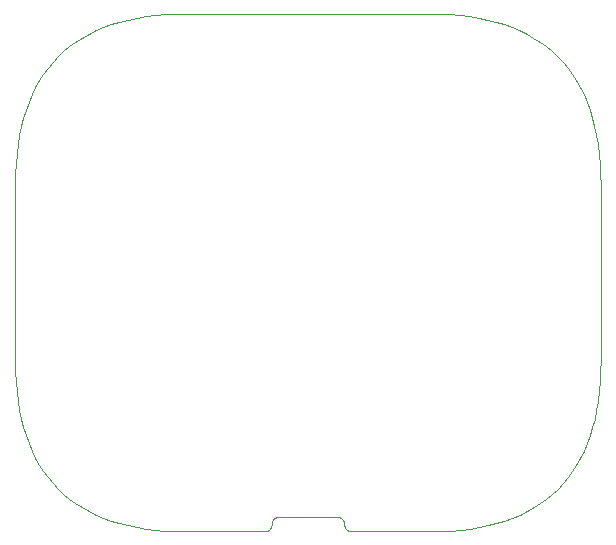
<source format=gbr>
%TF.GenerationSoftware,KiCad,Pcbnew,8.0.3*%
%TF.CreationDate,2024-08-18T16:24:04+10:00*%
%TF.ProjectId,tetris_03,74657472-6973-45f3-9033-2e6b69636164,rev?*%
%TF.SameCoordinates,Original*%
%TF.FileFunction,Profile,NP*%
%FSLAX46Y46*%
G04 Gerber Fmt 4.6, Leading zero omitted, Abs format (unit mm)*
G04 Created by KiCad (PCBNEW 8.0.3) date 2024-08-18 16:24:04*
%MOMM*%
%LPD*%
G01*
G04 APERTURE LIST*
%TA.AperFunction,Profile*%
%ADD10C,0.109140*%
%TD*%
G04 APERTURE END LIST*
D10*
X139561518Y-32112978D02*
X140423449Y-32155194D01*
X141257018Y-32225563D01*
X142062242Y-32324095D01*
X142839136Y-32450797D01*
X143587716Y-32605676D01*
X144307999Y-32788741D01*
X145000000Y-33000000D01*
X145663735Y-33239460D01*
X146299221Y-33507130D01*
X146906472Y-33803018D01*
X147485507Y-34127132D01*
X148036339Y-34479480D01*
X148558985Y-34860069D01*
X149053462Y-35268908D01*
X149519785Y-35706005D01*
X149957970Y-36171367D01*
X150368034Y-36665003D01*
X150749991Y-37186921D01*
X151103859Y-37737129D01*
X151429653Y-38315634D01*
X151727389Y-38922445D01*
X151997083Y-39557569D01*
X152238751Y-40221016D01*
X152452410Y-40912792D01*
X152638074Y-41632905D01*
X152795761Y-42381364D01*
X152925485Y-43158177D01*
X153027264Y-43963352D01*
X153101113Y-44796896D01*
X153147047Y-45658817D01*
X153165084Y-46549125D01*
X153165084Y-61479562D01*
X153150890Y-62369870D01*
X153108318Y-63231792D01*
X153037385Y-64065336D01*
X152938106Y-64870510D01*
X152810497Y-65647323D01*
X152654575Y-66395783D01*
X152470355Y-67115896D01*
X152257853Y-67807672D01*
X152017085Y-68471118D01*
X151748068Y-69106243D01*
X151450817Y-69713054D01*
X151125349Y-70291559D01*
X150771678Y-70841767D01*
X150389822Y-71363684D01*
X149979796Y-71857320D01*
X149541616Y-72322683D01*
X149075298Y-72759780D01*
X148580859Y-73168618D01*
X148058313Y-73549208D01*
X147507678Y-73901555D01*
X146928969Y-74225669D01*
X146322202Y-74521557D01*
X145687393Y-74789227D01*
X145024559Y-75028688D01*
X144333714Y-75239946D01*
X143614875Y-75423011D01*
X142868059Y-75577891D01*
X142093280Y-75704592D01*
X141290556Y-75803124D01*
X140459902Y-75873493D01*
X139601333Y-75915709D01*
X138714867Y-75929780D01*
X132079115Y-75929780D01*
X132046634Y-75929018D01*
X132014696Y-75926753D01*
X131983334Y-75923017D01*
X131952580Y-75917843D01*
X131922465Y-75911261D01*
X131893021Y-75903305D01*
X131864281Y-75894006D01*
X131836276Y-75883395D01*
X131809039Y-75871506D01*
X131782601Y-75858370D01*
X131756995Y-75844019D01*
X131732252Y-75828484D01*
X131708404Y-75811799D01*
X131685483Y-75793994D01*
X131663522Y-75775102D01*
X131642552Y-75755156D01*
X131622605Y-75734186D01*
X131603713Y-75712224D01*
X131585909Y-75689304D01*
X131569223Y-75665456D01*
X131553689Y-75640713D01*
X131539338Y-75615106D01*
X131526202Y-75588668D01*
X131514312Y-75561431D01*
X131503702Y-75533426D01*
X131494403Y-75504686D01*
X131486446Y-75475243D01*
X131479865Y-75445128D01*
X131474690Y-75414373D01*
X131470955Y-75383011D01*
X131468690Y-75351074D01*
X131467928Y-75318592D01*
X131467166Y-75286111D01*
X131464901Y-75254173D01*
X131461165Y-75222811D01*
X131455991Y-75192057D01*
X131449409Y-75161942D01*
X131441453Y-75132498D01*
X131432153Y-75103758D01*
X131421543Y-75075753D01*
X131409654Y-75048516D01*
X131396517Y-75022078D01*
X131382166Y-74996472D01*
X131366631Y-74971729D01*
X131349946Y-74947881D01*
X131332141Y-74924960D01*
X131313249Y-74902999D01*
X131293303Y-74882029D01*
X131272332Y-74862082D01*
X131250371Y-74843190D01*
X131227450Y-74825386D01*
X131203602Y-74808700D01*
X131178859Y-74793166D01*
X131153253Y-74778815D01*
X131126815Y-74765679D01*
X131099578Y-74753789D01*
X131071573Y-74743179D01*
X131042833Y-74733880D01*
X131013390Y-74725923D01*
X130983275Y-74719342D01*
X130952521Y-74714167D01*
X130921159Y-74710432D01*
X130889221Y-74708167D01*
X130856740Y-74707405D01*
X125923584Y-74707405D01*
X125891103Y-74708167D01*
X125859165Y-74710432D01*
X125827803Y-74714167D01*
X125797048Y-74719342D01*
X125766933Y-74725923D01*
X125737490Y-74733880D01*
X125708749Y-74743179D01*
X125680745Y-74753789D01*
X125653507Y-74765679D01*
X125627070Y-74778815D01*
X125601463Y-74793166D01*
X125576720Y-74808700D01*
X125552872Y-74825386D01*
X125529951Y-74843190D01*
X125507990Y-74862082D01*
X125487020Y-74882029D01*
X125467073Y-74902999D01*
X125448181Y-74924960D01*
X125430376Y-74947881D01*
X125413691Y-74971729D01*
X125398156Y-74996472D01*
X125383805Y-75022078D01*
X125370669Y-75048516D01*
X125358779Y-75075753D01*
X125348169Y-75103758D01*
X125338870Y-75132498D01*
X125330913Y-75161942D01*
X125324332Y-75192057D01*
X125319157Y-75222811D01*
X125315422Y-75254173D01*
X125313157Y-75286111D01*
X125311633Y-75351074D01*
X125309368Y-75383011D01*
X125305632Y-75414373D01*
X125300457Y-75445128D01*
X125293876Y-75475243D01*
X125285920Y-75504686D01*
X125276620Y-75533426D01*
X125266010Y-75561431D01*
X125254121Y-75588668D01*
X125240984Y-75615106D01*
X125226633Y-75640713D01*
X125211098Y-75665456D01*
X125194413Y-75689304D01*
X125176608Y-75712224D01*
X125157716Y-75734186D01*
X125137769Y-75755156D01*
X125116799Y-75775102D01*
X125094838Y-75793994D01*
X125071917Y-75811799D01*
X125048069Y-75828484D01*
X125023326Y-75844019D01*
X124997720Y-75858370D01*
X124971282Y-75871506D01*
X124944045Y-75883395D01*
X124916040Y-75894006D01*
X124887300Y-75903305D01*
X124857857Y-75911261D01*
X124827742Y-75917843D01*
X124796988Y-75923017D01*
X124765626Y-75926753D01*
X124733688Y-75929018D01*
X124701207Y-75929780D01*
X118065458Y-75929780D01*
X117175150Y-75915586D01*
X116313228Y-75873014D01*
X115479684Y-75802080D01*
X114674510Y-75702801D01*
X113897697Y-75575193D01*
X113149238Y-75419270D01*
X112429124Y-75235050D01*
X111737348Y-75022548D01*
X111073902Y-74781781D01*
X110438778Y-74512764D01*
X109831967Y-74215513D01*
X109253461Y-73890044D01*
X108703254Y-73536374D01*
X108181336Y-73154517D01*
X107687700Y-72744491D01*
X107222337Y-72306312D01*
X106785241Y-71839994D01*
X106376402Y-71345554D01*
X105995812Y-70823009D01*
X105643465Y-70272374D01*
X105319351Y-69693665D01*
X105023463Y-69086898D01*
X104755793Y-68452089D01*
X104516332Y-67789254D01*
X104305073Y-67098410D01*
X104122008Y-66379571D01*
X103967129Y-65632755D01*
X103840428Y-64857976D01*
X103741896Y-64055252D01*
X103671526Y-63224597D01*
X103629310Y-62366029D01*
X103615240Y-61479562D01*
X103615240Y-46549125D01*
X103629310Y-45658817D01*
X103671526Y-44796896D01*
X103741896Y-43963352D01*
X103840428Y-43158177D01*
X103967129Y-42381364D01*
X104122008Y-41632905D01*
X104305073Y-40912792D01*
X104516332Y-40221016D01*
X104755793Y-39557569D01*
X105023463Y-38922445D01*
X105319351Y-38315634D01*
X105643465Y-37737129D01*
X105995812Y-37186921D01*
X106376402Y-36665003D01*
X106785241Y-36171367D01*
X107222337Y-35706005D01*
X107687700Y-35268908D01*
X108181336Y-34860069D01*
X108703254Y-34479480D01*
X109253461Y-34127132D01*
X109831967Y-33803018D01*
X110438778Y-33507130D01*
X111073902Y-33239460D01*
X111737348Y-33000000D01*
X112429124Y-32788741D01*
X113149238Y-32605676D01*
X113897697Y-32450797D01*
X114674510Y-32324095D01*
X115479684Y-32225563D01*
X116313228Y-32155194D01*
X117175150Y-32112978D01*
X118065458Y-32098907D01*
X138671210Y-32098907D01*
X139561518Y-32112978D01*
M02*

</source>
